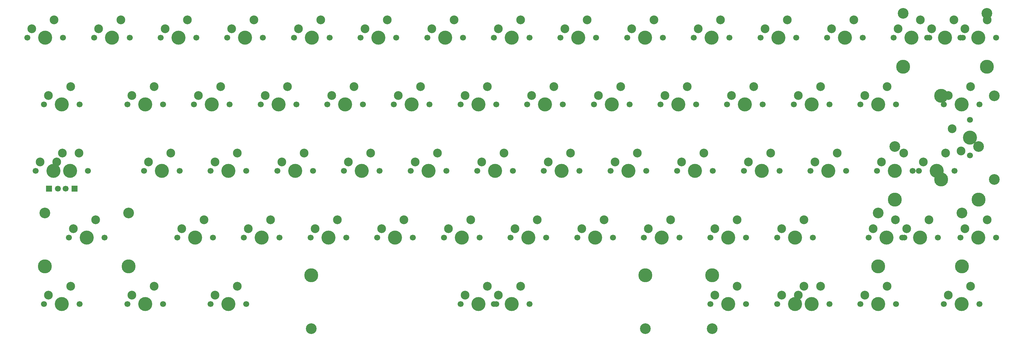
<source format=gbr>
%TF.GenerationSoftware,KiCad,Pcbnew,8.0.1*%
%TF.CreationDate,2026-01-03T23:46:27+09:00*%
%TF.ProjectId,Cloudnine_rp2040,436c6f75-646e-4696-9e65-5f7270323034,rev?*%
%TF.SameCoordinates,Original*%
%TF.FileFunction,Soldermask,Top*%
%TF.FilePolarity,Negative*%
%FSLAX46Y46*%
G04 Gerber Fmt 4.6, Leading zero omitted, Abs format (unit mm)*
G04 Created by KiCad (PCBNEW 8.0.1) date 2026-01-03 23:46:27*
%MOMM*%
%LPD*%
G01*
G04 APERTURE LIST*
%ADD10C,2.500000*%
%ADD11C,1.700000*%
%ADD12C,4.000000*%
%ADD13C,3.048000*%
%ADD14C,3.987800*%
%ADD15C,1.690600*%
%ADD16R,1.690600X1.690600*%
G04 APERTURE END LIST*
D10*
%TO.C,MX54*%
X282790000Y-85170000D03*
X276440000Y-87710000D03*
D11*
X285330000Y-90250000D03*
D12*
X280250000Y-90250000D03*
D11*
X275170000Y-90250000D03*
X265670000Y-90250000D03*
D12*
X270750000Y-90250000D03*
D11*
X275830000Y-90250000D03*
D10*
X266940000Y-87710000D03*
X273290000Y-85170000D03*
%TD*%
%TO.C,MX42*%
X275665000Y-66170000D03*
X269315000Y-68710000D03*
D11*
X278205000Y-71250000D03*
D12*
X273125000Y-71250000D03*
D11*
X268045000Y-71250000D03*
X279920000Y-71250000D03*
D12*
X285000000Y-71250000D03*
D11*
X290080000Y-71250000D03*
D10*
X281190000Y-68710000D03*
X287540000Y-66170000D03*
%TD*%
%TO.C,MX59*%
X150565000Y-106710000D03*
D11*
X159455000Y-109250000D03*
D12*
X154375000Y-109250000D03*
D11*
X149295000Y-109250000D03*
D10*
X156915000Y-104170000D03*
D11*
X158795000Y-109250000D03*
D12*
X163875000Y-109250000D03*
D11*
X168955000Y-109250000D03*
D10*
X160065000Y-106710000D03*
X166415000Y-104170000D03*
%TD*%
%TO.C,MX15*%
X283565000Y-30710000D03*
X289915000Y-28170000D03*
D12*
X287375000Y-33250000D03*
D11*
X282295000Y-33250000D03*
X292455000Y-33250000D03*
X291795000Y-33250000D03*
D12*
X296875000Y-33250000D03*
D11*
X301955000Y-33250000D03*
D10*
X293065000Y-30710000D03*
X299415000Y-28170000D03*
%TD*%
%TO.C,MX29*%
X289420000Y-59210000D03*
D11*
X294500000Y-56670000D03*
D12*
X294500000Y-61750000D03*
D10*
X291960000Y-65560000D03*
D11*
X294500000Y-66830000D03*
X287045000Y-52250000D03*
D12*
X292125000Y-52250000D03*
D11*
X297205000Y-52250000D03*
D10*
X288315000Y-49710000D03*
X294665000Y-47170000D03*
%TD*%
%TO.C,MX56*%
X245577500Y-106710000D03*
D11*
X254467500Y-109250000D03*
D12*
X249387500Y-109250000D03*
D10*
X251927500Y-104170000D03*
D11*
X244307500Y-109250000D03*
X239545000Y-109250000D03*
D12*
X244625000Y-109250000D03*
D11*
X249705000Y-109250000D03*
D10*
X240815000Y-106710000D03*
X247165000Y-104170000D03*
%TD*%
%TO.C,MX30*%
X35777500Y-66170000D03*
X29427500Y-68710000D03*
D11*
X38317500Y-71250000D03*
X28157500Y-71250000D03*
D12*
X33237500Y-71250000D03*
D11*
X32920000Y-71250000D03*
D12*
X38000000Y-71250000D03*
D11*
X43080000Y-71250000D03*
D10*
X34190000Y-68710000D03*
X40540000Y-66170000D03*
%TD*%
D11*
%TO.C,MX63*%
X78045000Y-109250000D03*
D12*
X83125000Y-109250000D03*
D11*
X88205000Y-109250000D03*
D10*
X79315000Y-106710000D03*
X85665000Y-104170000D03*
%TD*%
D11*
%TO.C,MX62*%
X287045000Y-109250000D03*
D12*
X292125000Y-109250000D03*
D11*
X297205000Y-109250000D03*
D10*
X288315000Y-106710000D03*
X294665000Y-104170000D03*
%TD*%
D11*
%TO.C,MX61*%
X263295000Y-109250000D03*
D12*
X268375000Y-109250000D03*
D11*
X273455000Y-109250000D03*
D10*
X264565000Y-106710000D03*
X270915000Y-104170000D03*
%TD*%
D11*
%TO.C,MX60*%
X220545000Y-109250000D03*
D12*
X225625000Y-109250000D03*
D11*
X230705000Y-109250000D03*
D10*
X221815000Y-106710000D03*
X228165000Y-104170000D03*
%TD*%
D11*
%TO.C,MX58*%
X54295000Y-109250000D03*
D12*
X59375000Y-109250000D03*
D11*
X64455000Y-109250000D03*
D10*
X55565000Y-106710000D03*
X61915000Y-104170000D03*
%TD*%
D11*
%TO.C,MX57*%
X30545000Y-109250000D03*
D12*
X35625000Y-109250000D03*
D11*
X40705000Y-109250000D03*
D10*
X31815000Y-106710000D03*
X38165000Y-104170000D03*
%TD*%
D11*
%TO.C,MX55*%
X291795000Y-90250000D03*
D12*
X296875000Y-90250000D03*
D11*
X301955000Y-90250000D03*
D10*
X293065000Y-87710000D03*
X299415000Y-85170000D03*
%TD*%
D11*
%TO.C,MX53*%
X239545000Y-90250000D03*
D12*
X244625000Y-90250000D03*
D11*
X249705000Y-90250000D03*
D10*
X240815000Y-87710000D03*
X247165000Y-85170000D03*
%TD*%
D11*
%TO.C,MX52*%
X220545000Y-90250000D03*
D12*
X225625000Y-90250000D03*
D11*
X230705000Y-90250000D03*
D10*
X221815000Y-87710000D03*
X228165000Y-85170000D03*
%TD*%
D11*
%TO.C,MX51*%
X201545000Y-90250000D03*
D12*
X206625000Y-90250000D03*
D11*
X211705000Y-90250000D03*
D10*
X202815000Y-87710000D03*
X209165000Y-85170000D03*
%TD*%
D11*
%TO.C,MX50*%
X182545000Y-90250000D03*
D12*
X187625000Y-90250000D03*
D11*
X192705000Y-90250000D03*
D10*
X183815000Y-87710000D03*
X190165000Y-85170000D03*
%TD*%
D11*
%TO.C,MX49*%
X163545000Y-90250000D03*
D12*
X168625000Y-90250000D03*
D11*
X173705000Y-90250000D03*
D10*
X164815000Y-87710000D03*
X171165000Y-85170000D03*
%TD*%
D11*
%TO.C,MX48*%
X144545000Y-90250000D03*
D12*
X149625000Y-90250000D03*
D11*
X154705000Y-90250000D03*
D10*
X145815000Y-87710000D03*
X152165000Y-85170000D03*
%TD*%
D11*
%TO.C,MX47*%
X125545000Y-90250000D03*
D12*
X130625000Y-90250000D03*
D11*
X135705000Y-90250000D03*
D10*
X126815000Y-87710000D03*
X133165000Y-85170000D03*
%TD*%
D11*
%TO.C,MX46*%
X106545000Y-90250000D03*
D12*
X111625000Y-90250000D03*
D11*
X116705000Y-90250000D03*
D10*
X107815000Y-87710000D03*
X114165000Y-85170000D03*
%TD*%
D11*
%TO.C,MX45*%
X87545000Y-90250000D03*
D12*
X92625000Y-90250000D03*
D11*
X97705000Y-90250000D03*
D10*
X88815000Y-87710000D03*
X95165000Y-85170000D03*
%TD*%
D11*
%TO.C,MX44*%
X68545000Y-90250000D03*
D12*
X73625000Y-90250000D03*
D11*
X78705000Y-90250000D03*
D10*
X69815000Y-87710000D03*
X76165000Y-85170000D03*
%TD*%
D11*
%TO.C,MX43*%
X37670000Y-90250000D03*
D12*
X42750000Y-90250000D03*
D11*
X47830000Y-90250000D03*
D10*
X38940000Y-87710000D03*
X45290000Y-85170000D03*
%TD*%
D11*
%TO.C,MX41*%
X249045000Y-71250000D03*
D12*
X254125000Y-71250000D03*
D11*
X259205000Y-71250000D03*
D10*
X250315000Y-68710000D03*
X256665000Y-66170000D03*
%TD*%
D11*
%TO.C,MX40*%
X230045000Y-71250000D03*
D12*
X235125000Y-71250000D03*
D11*
X240205000Y-71250000D03*
D10*
X231315000Y-68710000D03*
X237665000Y-66170000D03*
%TD*%
D11*
%TO.C,MX39*%
X211045000Y-71250000D03*
D12*
X216125000Y-71250000D03*
D11*
X221205000Y-71250000D03*
D10*
X212315000Y-68710000D03*
X218665000Y-66170000D03*
%TD*%
D11*
%TO.C,MX38*%
X192045000Y-71250000D03*
D12*
X197125000Y-71250000D03*
D11*
X202205000Y-71250000D03*
D10*
X193315000Y-68710000D03*
X199665000Y-66170000D03*
%TD*%
D11*
%TO.C,MX37*%
X173045000Y-71250000D03*
D12*
X178125000Y-71250000D03*
D11*
X183205000Y-71250000D03*
D10*
X174315000Y-68710000D03*
X180665000Y-66170000D03*
%TD*%
D11*
%TO.C,MX36*%
X154045000Y-71250000D03*
D12*
X159125000Y-71250000D03*
D11*
X164205000Y-71250000D03*
D10*
X155315000Y-68710000D03*
X161665000Y-66170000D03*
%TD*%
D11*
%TO.C,MX35*%
X135045000Y-71250000D03*
D12*
X140125000Y-71250000D03*
D11*
X145205000Y-71250000D03*
D10*
X136315000Y-68710000D03*
X142665000Y-66170000D03*
%TD*%
D11*
%TO.C,MX34*%
X116045000Y-71250000D03*
D12*
X121125000Y-71250000D03*
D11*
X126205000Y-71250000D03*
D10*
X117315000Y-68710000D03*
X123665000Y-66170000D03*
%TD*%
D11*
%TO.C,MX33*%
X97045000Y-71250000D03*
D12*
X102125000Y-71250000D03*
D11*
X107205000Y-71250000D03*
D10*
X98315000Y-68710000D03*
X104665000Y-66170000D03*
%TD*%
D11*
%TO.C,MX32*%
X78045000Y-71250000D03*
D12*
X83125000Y-71250000D03*
D11*
X88205000Y-71250000D03*
D10*
X79315000Y-68710000D03*
X85665000Y-66170000D03*
%TD*%
D11*
%TO.C,MX31*%
X59045000Y-71250000D03*
D12*
X64125000Y-71250000D03*
D11*
X69205000Y-71250000D03*
D10*
X60315000Y-68710000D03*
X66665000Y-66170000D03*
%TD*%
D11*
%TO.C,MX28*%
X263295000Y-52250000D03*
D12*
X268375000Y-52250000D03*
D11*
X273455000Y-52250000D03*
D10*
X264565000Y-49710000D03*
X270915000Y-47170000D03*
%TD*%
D11*
%TO.C,MX27*%
X244295000Y-52250000D03*
D12*
X249375000Y-52250000D03*
D11*
X254455000Y-52250000D03*
D10*
X245565000Y-49710000D03*
X251915000Y-47170000D03*
%TD*%
D11*
%TO.C,MX26*%
X225295000Y-52250000D03*
D12*
X230375000Y-52250000D03*
D11*
X235455000Y-52250000D03*
D10*
X226565000Y-49710000D03*
X232915000Y-47170000D03*
%TD*%
D11*
%TO.C,MX25*%
X206295000Y-52250000D03*
D12*
X211375000Y-52250000D03*
D11*
X216455000Y-52250000D03*
D10*
X207565000Y-49710000D03*
X213915000Y-47170000D03*
%TD*%
D11*
%TO.C,MX24*%
X187295000Y-52250000D03*
D12*
X192375000Y-52250000D03*
D11*
X197455000Y-52250000D03*
D10*
X188565000Y-49710000D03*
X194915000Y-47170000D03*
%TD*%
D11*
%TO.C,MX23*%
X168295000Y-52250000D03*
D12*
X173375000Y-52250000D03*
D11*
X178455000Y-52250000D03*
D10*
X169565000Y-49710000D03*
X175915000Y-47170000D03*
%TD*%
D11*
%TO.C,MX22*%
X149295000Y-52250000D03*
D12*
X154375000Y-52250000D03*
D11*
X159455000Y-52250000D03*
D10*
X150565000Y-49710000D03*
X156915000Y-47170000D03*
%TD*%
D11*
%TO.C,MX21*%
X130295000Y-52250000D03*
D12*
X135375000Y-52250000D03*
D11*
X140455000Y-52250000D03*
D10*
X131565000Y-49710000D03*
X137915000Y-47170000D03*
%TD*%
D11*
%TO.C,MX20*%
X111295000Y-52250000D03*
D12*
X116375000Y-52250000D03*
D11*
X121455000Y-52250000D03*
D10*
X112565000Y-49710000D03*
X118915000Y-47170000D03*
%TD*%
D11*
%TO.C,MX19*%
X92295000Y-52250000D03*
D12*
X97375000Y-52250000D03*
D11*
X102455000Y-52250000D03*
D10*
X93565000Y-49710000D03*
X99915000Y-47170000D03*
%TD*%
D11*
%TO.C,MX18*%
X73295000Y-52250000D03*
D12*
X78375000Y-52250000D03*
D11*
X83455000Y-52250000D03*
D10*
X74565000Y-49710000D03*
X80915000Y-47170000D03*
%TD*%
D11*
%TO.C,MX17*%
X54295000Y-52250000D03*
D12*
X59375000Y-52250000D03*
D11*
X64455000Y-52250000D03*
D10*
X55565000Y-49710000D03*
X61915000Y-47170000D03*
%TD*%
D11*
%TO.C,MX16*%
X30545000Y-52250000D03*
D12*
X35625000Y-52250000D03*
D11*
X40705000Y-52250000D03*
D10*
X31815000Y-49710000D03*
X38165000Y-47170000D03*
%TD*%
D11*
%TO.C,MX14*%
X272795000Y-33250000D03*
D12*
X277875000Y-33250000D03*
D11*
X282955000Y-33250000D03*
D10*
X274065000Y-30710000D03*
X280415000Y-28170000D03*
%TD*%
D11*
%TO.C,MX13*%
X253795000Y-33250000D03*
D12*
X258875000Y-33250000D03*
D11*
X263955000Y-33250000D03*
D10*
X255065000Y-30710000D03*
X261415000Y-28170000D03*
%TD*%
D11*
%TO.C,MX12*%
X234795000Y-33250000D03*
D12*
X239875000Y-33250000D03*
D11*
X244955000Y-33250000D03*
D10*
X236065000Y-30710000D03*
X242415000Y-28170000D03*
%TD*%
D11*
%TO.C,MX11*%
X215795000Y-33250000D03*
D12*
X220875000Y-33250000D03*
D11*
X225955000Y-33250000D03*
D10*
X217065000Y-30710000D03*
X223415000Y-28170000D03*
%TD*%
D11*
%TO.C,MX10*%
X196795000Y-33250000D03*
D12*
X201875000Y-33250000D03*
D11*
X206955000Y-33250000D03*
D10*
X198065000Y-30710000D03*
X204415000Y-28170000D03*
%TD*%
D11*
%TO.C,MX9*%
X177795000Y-33250000D03*
D12*
X182875000Y-33250000D03*
D11*
X187955000Y-33250000D03*
D10*
X179065000Y-30710000D03*
X185415000Y-28170000D03*
%TD*%
D11*
%TO.C,MX8*%
X158795000Y-33250000D03*
D12*
X163875000Y-33250000D03*
D11*
X168955000Y-33250000D03*
D10*
X160065000Y-30710000D03*
X166415000Y-28170000D03*
%TD*%
D11*
%TO.C,MX7*%
X139795000Y-33250000D03*
D12*
X144875000Y-33250000D03*
D11*
X149955000Y-33250000D03*
D10*
X141065000Y-30710000D03*
X147415000Y-28170000D03*
%TD*%
D11*
%TO.C,MX6*%
X120795000Y-33250000D03*
D12*
X125875000Y-33250000D03*
D11*
X130955000Y-33250000D03*
D10*
X122065000Y-30710000D03*
X128415000Y-28170000D03*
%TD*%
D11*
%TO.C,MX5*%
X101795000Y-33250000D03*
D12*
X106875000Y-33250000D03*
D11*
X111955000Y-33250000D03*
D10*
X103065000Y-30710000D03*
X109415000Y-28170000D03*
%TD*%
D11*
%TO.C,MX4*%
X82795000Y-33250000D03*
D12*
X87875000Y-33250000D03*
D11*
X92955000Y-33250000D03*
D10*
X84065000Y-30710000D03*
X90415000Y-28170000D03*
%TD*%
D11*
%TO.C,MX3*%
X63795000Y-33250000D03*
D12*
X68875000Y-33250000D03*
D11*
X73955000Y-33250000D03*
D10*
X65065000Y-30710000D03*
X71415000Y-28170000D03*
%TD*%
D11*
%TO.C,MX2*%
X44795000Y-33250000D03*
D12*
X49875000Y-33250000D03*
D11*
X54955000Y-33250000D03*
D10*
X46065000Y-30710000D03*
X52415000Y-28170000D03*
%TD*%
D11*
%TO.C,MX1*%
X25795000Y-33250000D03*
D12*
X30875000Y-33250000D03*
D11*
X35955000Y-33250000D03*
D10*
X27065000Y-30710000D03*
X33415000Y-28170000D03*
%TD*%
D13*
%TO.C,REF\u002A\u002A*%
X268312000Y-83265000D03*
D14*
X268312000Y-98475000D03*
D13*
X292188000Y-83265000D03*
D14*
X292188000Y-98475000D03*
%TD*%
D13*
%TO.C,REF\u002A\u002A*%
X221025000Y-116234999D03*
D14*
X221025000Y-101025000D03*
D13*
X106725000Y-116234999D03*
D14*
X106725000Y-101025000D03*
%TD*%
D13*
%TO.C,REF\u002A\u002A*%
X301485000Y-49812000D03*
D14*
X286275000Y-49812000D03*
D13*
X301485000Y-73688000D03*
D14*
X286275000Y-73688000D03*
%TD*%
D13*
%TO.C,REF\u002A\u002A*%
X202000000Y-116234999D03*
D14*
X202000000Y-101025000D03*
D13*
X106750000Y-116234999D03*
D14*
X106750000Y-101025000D03*
%TD*%
D13*
%TO.C,REF\u002A\u002A*%
X275437000Y-26265000D03*
D14*
X275437000Y-41475000D03*
D13*
X299313000Y-26265000D03*
D14*
X299313000Y-41475000D03*
%TD*%
D15*
%TO.C,D65*%
X34507500Y-76330000D03*
X36730000Y-76330000D03*
D16*
X31967500Y-76330000D03*
X39270000Y-76330000D03*
%TD*%
D13*
%TO.C,REF\u002A\u002A*%
X30812000Y-83265000D03*
D14*
X30812000Y-98475000D03*
D13*
X54688000Y-83265000D03*
D14*
X54688000Y-98475000D03*
%TD*%
D13*
%TO.C,REF\u002A\u002A*%
X273062000Y-64265000D03*
D14*
X273062000Y-79475000D03*
D13*
X296938000Y-64265000D03*
D14*
X296938000Y-79475000D03*
%TD*%
M02*

</source>
